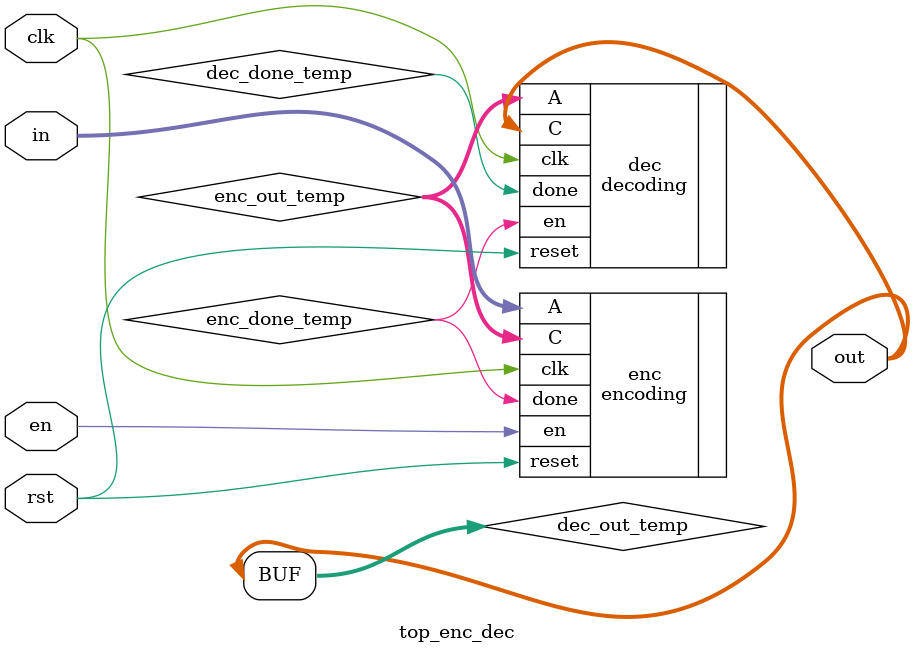
<source format=v>
`timescale 1ns / 1ps

// top file for testing encoding and decoding algorithms

module top_enc_dec(
        input [511:0] in,       // input matrix in 1D
        input clk,              // control signals
        input rst,
        input en,
        
        output [511:0] out  // output matrix in 1D 
    );
    
    wire [511:0] enc_out_temp;   // encoded bitstream of jpeg data
    wire enc_done_temp;         // flag for starting decoding
    
    wire [511:0] dec_out_temp;   // decoded 1D matrix
    wire dec_done_temp;         // decoding done flag
    
    encoding enc(               // runtime and zigzag encoding
        .clk(clk),
        .reset(rst),            
        .en(en),
        .A(in),        
        .C(enc_out_temp),  
        .done(enc_done_temp)   // enables decoding to begin
    );
        
    decoding dec(
        .clk(clk),
        .reset(rst),           //active high reset
        .en(enc_done_temp),    // uses done flag from previous stage to start decoding, can be switched to a diff signal
        .A(enc_out_temp),      // input bitstream from encoding stage 
        .C(out),      // output 1D decoded matrix
        .done(dec_done_temp)   //To state the testbench that output is ready
    );
        
    assign out = dec_out_temp;
        
endmodule

</source>
